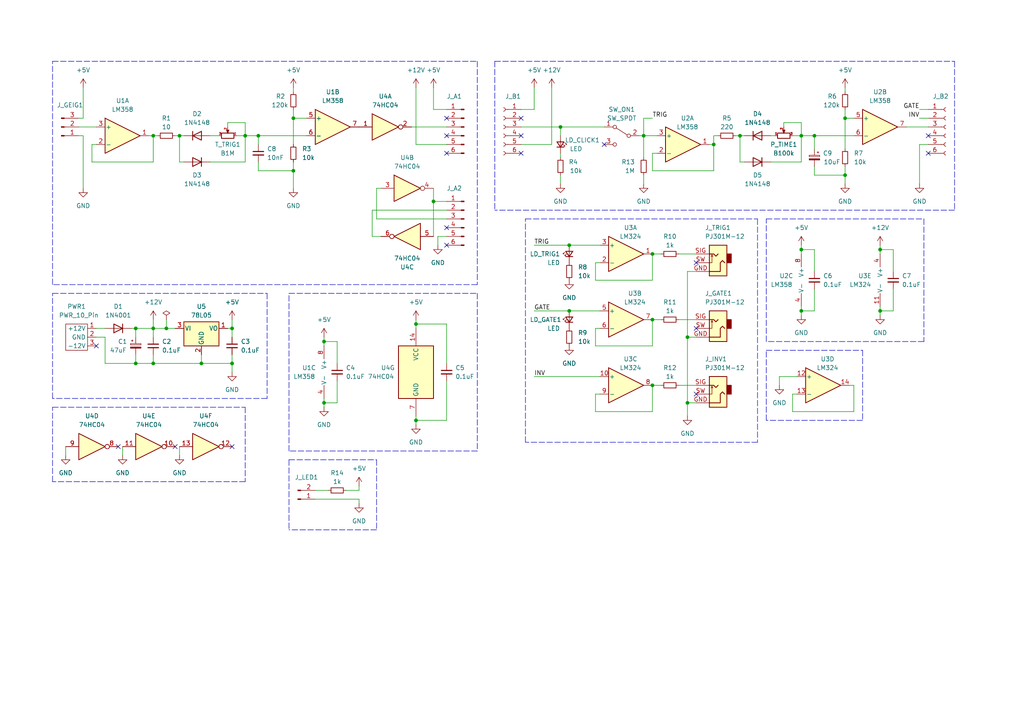
<source format=kicad_sch>
(kicad_sch (version 20231120) (generator "eeschema") (generator_version "8.0")
  (paper "A4")
  (title_block (title "Avalon Harmonics Nucleus") (rev "v1.2") (company "Avalon Harmonics"))
  (lib_symbols
    (symbol "74xx:74HC04"
      (property "Reference" "U" (at 0 1.27 0))
      (property "Value" "74HC04" (at 0 -1.27 0))
      (symbol "74HC04_1_0"
        (pin input line (at -7.62 0 0) (length 3.81) (name "~") (number "1"))
        (pin output inverted (at 7.62 0 180) (length 3.81) (name "~") (number "2"))
      )
      (symbol "74HC04_2_0"
        (pin input line (at -7.62 0 0) (length 3.81) (name "~") (number "3"))
        (pin output inverted (at 7.62 0 180) (length 3.81) (name "~") (number "4"))
      )
      (symbol "74HC04_3_0"
        (pin input line (at -7.62 0 0) (length 3.81) (name "~") (number "5"))
        (pin output inverted (at 7.62 0 180) (length 3.81) (name "~") (number "6"))
      )
      (symbol "74HC04_4_0"
        (pin output inverted (at 7.62 0 180) (length 3.81) (name "~") (number "8"))
        (pin input line (at -7.62 0 0) (length 3.81) (name "~") (number "9"))
      )
      (symbol "74HC04_5_0"
        (pin output inverted (at 7.62 0 180) (length 3.81) (name "~") (number "10"))
        (pin input line (at -7.62 0 0) (length 3.81) (name "~") (number "11"))
      )
      (symbol "74HC04_6_0"
        (pin output inverted (at 7.62 0 180) (length 3.81) (name "~") (number "12"))
        (pin input line (at -7.62 0 0) (length 3.81) (name "~") (number "13"))
      )
      (symbol "74HC04_7_0"
        (pin power_in line (at 0 12.7 270) (length 5.08) (name "VCC") (number "14"))
        (pin power_in line (at 0 -12.7 90) (length 5.08) (name "GND") (number "7"))
      )
    )
    (symbol "Amplifier_Operational:LM324" (pin_names (offset 0.127))
      (property "Reference" "U" (at 0 5.08 0))
      (property "Value" "LM324" (at 0 -5.08 0))
      (symbol "LM324_1_1"
        (pin output line (at 7.62 0 180) (length 2.54) (name "~") (number "1"))
        (pin input line (at -7.62 -2.54 0) (length 2.54) (name "-") (number "2"))
        (pin input line (at -7.62 2.54 0) (length 2.54) (name "+") (number "3"))
      )
      (symbol "LM324_2_1"
        (pin input line (at -7.62 2.54 0) (length 2.54) (name "+") (number "5"))
        (pin input line (at -7.62 -2.54 0) (length 2.54) (name "-") (number "6"))
        (pin output line (at 7.62 0 180) (length 2.54) (name "~") (number "7"))
      )
      (symbol "LM324_3_1"
        (pin input line (at -7.62 2.54 0) (length 2.54) (name "+") (number "10"))
        (pin output line (at 7.62 0 180) (length 2.54) (name "~") (number "8"))
        (pin input line (at -7.62 -2.54 0) (length 2.54) (name "-") (number "9"))
      )
      (symbol "LM324_4_1"
        (pin input line (at -7.62 2.54 0) (length 2.54) (name "+") (number "12"))
        (pin input line (at -7.62 -2.54 0) (length 2.54) (name "-") (number "13"))
        (pin output line (at 7.62 0 180) (length 2.54) (name "~") (number "14"))
      )
      (symbol "LM324_5_1"
        (pin power_in line (at -2.54 -7.62 90) (length 3.81) (name "V-") (number "11"))
        (pin power_in line (at -2.54 7.62 270) (length 3.81) (name "V+") (number "4"))
      )
    )
    (symbol "Amplifier_Operational:LM358" (pin_names (offset 0.127))
      (property "Reference" "U" (at 0 5.08 0))
      (property "Value" "LM358" (at 0 -5.08 0))
      (symbol "LM358_1_1"
        (pin output line (at 7.62 0 180) (length 2.54) (name "~") (number "1"))
        (pin input line (at -7.62 -2.54 0) (length 2.54) (name "-") (number "2"))
        (pin input line (at -7.62 2.54 0) (length 2.54) (name "+") (number "3"))
      )
      (symbol "LM358_2_1"
        (pin input line (at -7.62 2.54 0) (length 2.54) (name "+") (number "5"))
        (pin input line (at -7.62 -2.54 0) (length 2.54) (name "-") (number "6"))
        (pin output line (at 7.62 0 180) (length 2.54) (name "~") (number "7"))
      )
      (symbol "LM358_3_1"
        (pin power_in line (at -2.54 -7.62 90) (length 3.81) (name "V-") (number "4"))
        (pin power_in line (at -2.54 7.62 270) (length 3.81) (name "V+") (number "8"))
      )
    )
    (symbol "Connector:Conn_01x02_Male" (pin_names (offset 1.016) hide)
      (property "Reference" "J" (at 0 2.54 0))
      (property "Value" "Conn_01x02_Male" (at 0 -5.08 0))
      (symbol "Conn_01x02_Male_1_1"
        (pin passive line (at 5.08 0 180) (length 3.81) (name "Pin_1") (number "1"))
        (pin passive line (at 5.08 -2.54 180) (length 3.81) (name "Pin_2") (number "2"))
      )
    )
    (symbol "Connector:Conn_01x03_Male" (pin_names (offset 1.016) hide)
      (property "Reference" "J" (at 0 5.08 0))
      (property "Value" "Conn_01x03_Male" (at 0 -5.08 0))
      (symbol "Conn_01x03_Male_1_1"
        (pin passive line (at 5.08 2.54 180) (length 3.81) (name "Pin_1") (number "1"))
        (pin passive line (at 5.08 0 180) (length 3.81) (name "Pin_2") (number "2"))
        (pin passive line (at 5.08 -2.54 180) (length 3.81) (name "Pin_3") (number "3"))
      )
    )
    (symbol "Connector:Conn_01x06_Female" (pin_names (offset 1.016) hide)
      (property "Reference" "J" (at 0 7.62 0))
      (property "Value" "Conn_01x06_Female" (at 0 -10.16 0))
      (symbol "Conn_01x06_Female_1_1"
        (pin passive line (at -5.08 5.08 0) (length 3.81) (name "Pin_1") (number "1"))
        (pin passive line (at -5.08 2.54 0) (length 3.81) (name "Pin_2") (number "2"))
        (pin passive line (at -5.08 0 0) (length 3.81) (name "Pin_3") (number "3"))
        (pin passive line (at -5.08 -2.54 0) (length 3.81) (name "Pin_4") (number "4"))
        (pin passive line (at -5.08 -5.08 0) (length 3.81) (name "Pin_5") (number "5"))
        (pin passive line (at -5.08 -7.62 0) (length 3.81) (name "Pin_6") (number "6"))
      )
    )
    (symbol "Connector:Conn_01x06_Male" (pin_names (offset 1.016) hide)
      (property "Reference" "J" (at 0 7.62 0))
      (property "Value" "Conn_01x06_Male" (at 0 -10.16 0))
      (symbol "Conn_01x06_Male_1_1"
        (pin passive line (at 5.08 5.08 180) (length 3.81) (name "Pin_1") (number "1"))
        (pin passive line (at 5.08 2.54 180) (length 3.81) (name "Pin_2") (number "2"))
        (pin passive line (at 5.08 0 180) (length 3.81) (name "Pin_3") (number "3"))
        (pin passive line (at 5.08 -2.54 180) (length 3.81) (name "Pin_4") (number "4"))
        (pin passive line (at 5.08 -5.08 180) (length 3.81) (name "Pin_5") (number "5"))
        (pin passive line (at 5.08 -7.62 180) (length 3.81) (name "Pin_6") (number "6"))
      )
    )
    (symbol "Device:C_Polarized_Small" (pin_numbers hide) (pin_names (offset 0.254) hide)
      (property "Reference" "C" (at 0.254 1.778 0))
      (property "Value" "C_Polarized_Small" (at 0.254 -2.032 0))
      (symbol "C_Polarized_Small_1_1"
        (pin passive line (at 0 2.54 270) (length 1.8542) (name "~") (number "1"))
        (pin passive line (at 0 -2.54 90) (length 1.8542) (name "~") (number "2"))
      )
    )
    (symbol "Device:C_Small" (pin_numbers hide) (pin_names (offset 0.254) hide)
      (property "Reference" "C" (at 0.254 1.778 0))
      (property "Value" "C_Small" (at 0.254 -2.032 0))
      (symbol "C_Small_1_1"
        (pin passive line (at 0 2.54 270) (length 2.032) (name "~") (number "1"))
        (pin passive line (at 0 -2.54 90) (length 2.032) (name "~") (number "2"))
      )
    )
    (symbol "Device:LED_Small" (pin_numbers hide) (pin_names (offset 0.254) hide)
      (property "Reference" "D" (at -1.27 3.175 0))
      (property "Value" "LED_Small" (at -4.445 -2.54 0))
      (symbol "LED_Small_1_1"
        (pin passive line (at -2.54 0 0) (length 1.778) (name "K") (number "1"))
        (pin passive line (at 2.54 0 180) (length 1.778) (name "A") (number "2"))
      )
    )
    (symbol "Device:R_Potentiometer_Small" (pin_names (offset 1.016) hide)
      (property "Reference" "RV" (at -4.445 0 90))
      (property "Value" "R_Potentiometer_Small" (at -2.54 0 90))
      (symbol "R_Potentiometer_Small_1_1"
        (pin passive line (at 0 2.54 270) (length 0.635) (name "1") (number "1"))
        (pin passive line (at 2.54 0 180) (length 0.9906) (name "2") (number "2"))
        (pin passive line (at 0 -2.54 90) (length 0.635) (name "3") (number "3"))
      )
    )
    (symbol "Device:R_Small" (pin_numbers hide) (pin_names (offset 0.254) hide)
      (property "Reference" "R" (at 0.762 0.508 0))
      (property "Value" "R_Small" (at 0.762 -1.016 0))
      (symbol "R_Small_1_1"
        (pin passive line (at 0 2.54 270) (length 0.762) (name "~") (number "1"))
        (pin passive line (at 0 -2.54 90) (length 0.762) (name "~") (number "2"))
      )
    )
    (symbol "Diode:1N4001" (pin_numbers hide) (pin_names (offset 1.016) hide)
      (property "Reference" "D" (at 0 2.54 0))
      (property "Value" "1N4001" (at 0 -2.54 0))
      (symbol "1N4001_1_1"
        (pin passive line (at -3.81 0 0) (length 2.54) (name "K") (number "1"))
        (pin passive line (at 3.81 0 180) (length 2.54) (name "A") (number "2"))
      )
    )
    (symbol "Diode:1N4148" (pin_numbers hide) (pin_names (offset 1.016) hide)
      (property "Reference" "D" (at 0 2.54 0))
      (property "Value" "1N4148" (at 0 -2.54 0))
      (symbol "1N4148_1_1"
        (pin passive line (at -3.81 0 0) (length 2.54) (name "K") (number "1"))
        (pin passive line (at 3.81 0 180) (length 2.54) (name "A") (number "2"))
      )
    )
    (symbol "Eurorack:PJ301M-12"
      (property "Reference" "J?" (at -0.635 7.62 0))
      (property "Value" "PJ301M-12" (at -0.635 5.08 0))
      (symbol "PJ301M-12_1_1"
        (pin passive line (at 6.35 -5.08 180) (length 2.54) (name "~") (number "GND"))
        (pin passive line (at 6.35 0 180) (length 2.54) (name "~") (number "SIG"))
        (pin passive line (at 6.35 -2.54 180) (length 2.54) (name "~") (number "SW"))
      )
    )
    (symbol "Eurorack:PWR_10_Pin"
      (property "Reference" "H?" (at -5.08 6.35 0))
      (property "Value" "PWR_10_Pin" (at -5.08 3.81 0))
      (symbol "PWR_10_Pin_1_1"
        (pin power_out line (at 0 1.27 180) (length 2.54) (name "+12V") (number "1"))
        (pin power_out line (at 0 -1.27 180) (length 2.54) (name "GND") (number "2"))
        (pin power_out line (at 0 -3.81 180) (length 2.54) (name "-12V") (number "3"))
      )
    )
    (symbol "Regulator_Linear:L78L05_TO92" (pin_names (offset 0.254))
      (property "Reference" "U" (at -3.81 3.175 0))
      (property "Value" "L78L05_TO92" (at 0 3.175 0))
      (symbol "L78L05_TO92_1_1"
        (pin power_out line (at 7.62 0 180) (length 2.54) (name "VO") (number "1"))
        (pin power_in line (at 0 -7.62 90) (length 2.54) (name "GND") (number "2"))
        (pin power_in line (at -7.62 0 0) (length 2.54) (name "VI") (number "3"))
      )
    )
    (symbol "Switch:SW_SPDT" (pin_names (offset 0) hide)
      (property "Reference" "SW" (at 0 4.318 0))
      (property "Value" "SW_SPDT" (at 0 -5.08 0))
      (symbol "SW_SPDT_1_1"
        (pin passive line (at 5.08 2.54 180) (length 2.54) (name "A") (number "1"))
        (pin passive line (at -5.08 0 0) (length 2.54) (name "B") (number "2"))
        (pin passive line (at 5.08 -2.54 180) (length 2.54) (name "C") (number "3"))
      )
    )
    (symbol "power:+12V" (power) (pin_names (offset 0))
      (property "Value" "+12V" (at 0 3.556 0))
      (symbol "+12V_1_1"
        (pin power_in line (at 0 0 90) (length 0) hide (name "+12V") (number "1"))
      )
    )
    (symbol "power:+5V" (power) (pin_names (offset 0))
      (property "Value" "+5V" (at 0 3.556 0))
      (symbol "+5V_1_1"
        (pin power_in line (at 0 0 90) (length 0) hide (name "+5V") (number "1"))
      )
    )
    (symbol "power:GND" (power) (pin_names (offset 0))
      (property "Value" "GND" (at 0 -3.81 0))
      (symbol "GND_1_1"
        (pin power_in line (at 0 0 270) (length 0) hide (name "GND") (number "1"))
      )
    )
    (symbol "power:PWR_FLAG" (power) (pin_numbers hide) (pin_names (offset 0) hide)
      (property "Value" "PWR_FLAG" (at 0 3.81 0))
      (symbol "PWR_FLAG_0_0"
        (pin power_out line (at 0 0 90) (length 0) (name "pwr") (number "1"))
      )
    )
  )
  (junction (at 232.41 90.17))
  (junction (at 44.45 105.41))
  (junction (at 44.45 95.25))
  (junction (at 199.39 116.84))
  (junction (at 93.98 99.06))
  (junction (at 39.37 95.25))
  (junction (at 120.65 93.98))
  (junction (at 67.31 105.41))
  (junction (at 255.27 90.17))
  (junction (at 236.22 39.37))
  (junction (at 125.73 58.42))
  (junction (at 58.42 105.41))
  (junction (at 165.1 90.17))
  (junction (at 39.37 105.41))
  (junction (at 189.23 73.66))
  (junction (at 207.01 41.91))
  (junction (at 74.93 39.37))
  (junction (at 255.27 72.39))
  (junction (at 48.26 95.25))
  (junction (at 189.23 111.76))
  (junction (at 189.23 92.71))
  (junction (at 232.41 72.39))
  (junction (at 186.69 39.37))
  (junction (at 162.56 36.83))
  (junction (at 85.09 49.53))
  (junction (at 165.1 71.12))
  (junction (at 245.11 34.29))
  (junction (at 214.63 39.37))
  (junction (at 52.07 39.37))
  (junction (at 120.65 121.92))
  (junction (at 85.09 34.29))
  (junction (at 93.98 116.84))
  (junction (at 232.41 39.37))
  (junction (at 199.39 97.79))
  (junction (at 71.12 39.37))
  (junction (at 44.45 39.37))
  (junction (at 67.31 95.25))
  (junction (at 245.11 50.8))
  (no_connect (at 129.54 34.29))
  (no_connect (at 151.13 39.37))
  (no_connect (at 151.13 44.45))
  (no_connect (at 129.54 39.37))
  (no_connect (at 129.54 44.45))
  (no_connect (at 129.54 66.04))
  (no_connect (at 129.54 71.12))
  (no_connect (at 269.24 39.37))
  (no_connect (at 269.24 44.45))
  (no_connect (at 151.13 34.29))
  (no_connect (at 201.93 114.3))
  (no_connect (at 201.93 95.25))
  (no_connect (at 201.93 76.2))
  (no_connect (at 175.26 41.91))
  (no_connect (at 27.94 100.33))
  (no_connect (at 34.29 129.54))
  (no_connect (at 50.8 129.54))
  (no_connect (at 67.31 129.54))
  (wire (pts (xy 186.69 50.8) (xy 186.69 53.34)))
  (wire (pts (xy 30.48 105.41) (xy 39.37 105.41)))
  (wire (pts (xy 245.11 34.29) (xy 247.65 34.29)))
  (wire (pts (xy 44.45 39.37) (xy 44.45 46.99)))
  (wire (pts (xy 67.31 97.79) (xy 67.31 95.25)))
  (polyline (pts (xy 83.82 133.35) (xy 109.22 133.35)) (stroke (width 0) (type dash)))
  (wire (pts (xy 74.93 39.37) (xy 74.93 41.91)))
  (wire (pts (xy 38.1 95.25) (xy 39.37 95.25)))
  (polyline (pts (xy 222.25 63.5) (xy 267.97 63.5)) (stroke (width 0) (type dash)))
  (wire (pts (xy 199.39 116.84) (xy 201.93 116.84)))
  (wire (pts (xy 85.09 31.75) (xy 85.09 34.29)))
  (wire (pts (xy 93.98 115.57) (xy 93.98 116.84)))
  (wire (pts (xy 185.42 39.37) (xy 186.69 39.37)))
  (wire (pts (xy 22.86 36.83) (xy 27.94 36.83)))
  (wire (pts (xy 165.1 71.12) (xy 173.99 71.12)))
  (polyline (pts (xy 250.19 121.92) (xy 222.25 121.92)) (stroke (width 0) (type dash)))
  (wire (pts (xy 207.01 41.91) (xy 205.74 41.91)))
  (wire (pts (xy 39.37 95.25) (xy 44.45 95.25)))
  (polyline (pts (xy 138.43 85.09) (xy 138.43 130.81)) (stroke (width 0) (type dash)))
  (wire (pts (xy 247.65 119.38) (xy 247.65 111.76)))
  (wire (pts (xy 93.98 99.06) (xy 93.98 100.33)))
  (wire (pts (xy 214.63 39.37) (xy 215.9 39.37)))
  (wire (pts (xy 154.94 31.75) (xy 154.94 25.4)))
  (wire (pts (xy 232.41 39.37) (xy 236.22 39.37)))
  (wire (pts (xy 154.94 71.12) (xy 165.1 71.12)))
  (wire (pts (xy 52.07 39.37) (xy 52.07 46.99)))
  (wire (pts (xy 259.08 72.39) (xy 255.27 72.39)))
  (wire (pts (xy 74.93 49.53) (xy 74.93 46.99)))
  (wire (pts (xy 255.27 88.9) (xy 255.27 90.17)))
  (wire (pts (xy 232.41 39.37) (xy 232.41 35.56)))
  (wire (pts (xy 97.79 110.49) (xy 97.79 116.84)))
  (wire (pts (xy 232.41 90.17) (xy 232.41 91.44)))
  (polyline (pts (xy 83.82 133.35) (xy 83.82 153.67)) (stroke (width 0) (type dash)))
  (wire (pts (xy 186.69 34.29) (xy 186.69 39.37)))
  (wire (pts (xy 196.85 92.71) (xy 201.93 92.71)))
  (wire (pts (xy 255.27 71.12) (xy 255.27 72.39)))
  (wire (pts (xy 119.38 36.83) (xy 129.54 36.83)))
  (wire (pts (xy 67.31 92.71) (xy 67.31 95.25)))
  (polyline (pts (xy 83.82 85.09) (xy 138.43 85.09)) (stroke (width 0) (type dash)))
  (wire (pts (xy 213.36 39.37) (xy 214.63 39.37)))
  (wire (pts (xy 24.13 25.4) (xy 24.13 34.29)))
  (polyline (pts (xy 15.24 118.11) (xy 71.12 118.11)) (stroke (width 0) (type dash)))
  (wire (pts (xy 236.22 78.74) (xy 236.22 72.39)))
  (wire (pts (xy 125.73 58.42) (xy 125.73 68.58)))
  (wire (pts (xy 66.04 35.56) (xy 66.04 36.83)))
  (wire (pts (xy 129.54 121.92) (xy 120.65 121.92)))
  (polyline (pts (xy 15.24 17.78) (xy 138.43 17.78)) (stroke (width 0) (type dash)))
  (wire (pts (xy 266.7 31.75) (xy 269.24 31.75)))
  (wire (pts (xy 232.41 71.12) (xy 232.41 72.39)))
  (wire (pts (xy 71.12 35.56) (xy 66.04 35.56)))
  (wire (pts (xy 109.22 63.5) (xy 129.54 63.5)))
  (wire (pts (xy 19.05 129.54) (xy 19.05 132.08)))
  (wire (pts (xy 26.67 41.91) (xy 27.94 41.91)))
  (wire (pts (xy 120.65 25.4) (xy 120.65 41.91)))
  (wire (pts (xy 245.11 26.67) (xy 245.11 25.4)))
  (wire (pts (xy 91.44 144.78) (xy 104.14 144.78)))
  (wire (pts (xy 67.31 95.25) (xy 66.04 95.25)))
  (wire (pts (xy 236.22 72.39) (xy 232.41 72.39)))
  (wire (pts (xy 199.39 97.79) (xy 199.39 116.84)))
  (wire (pts (xy 229.87 114.3) (xy 229.87 119.38)))
  (wire (pts (xy 27.94 97.79) (xy 30.48 97.79)))
  (wire (pts (xy 186.69 39.37) (xy 190.5 39.37)))
  (wire (pts (xy 189.23 92.71) (xy 189.23 100.33)))
  (wire (pts (xy 172.72 81.28) (xy 172.72 76.2)))
  (wire (pts (xy 44.45 39.37) (xy 43.18 39.37)))
  (wire (pts (xy 189.23 73.66) (xy 189.23 81.28)))
  (wire (pts (xy 127 68.58) (xy 129.54 68.58)))
  (wire (pts (xy 199.39 120.65) (xy 199.39 116.84)))
  (wire (pts (xy 52.07 46.99) (xy 53.34 46.99)))
  (wire (pts (xy 245.11 50.8) (xy 245.11 53.34)))
  (wire (pts (xy 172.72 76.2) (xy 173.99 76.2)))
  (wire (pts (xy 236.22 50.8) (xy 245.11 50.8)))
  (polyline (pts (xy 222.25 101.6) (xy 250.19 101.6)) (stroke (width 0) (type dash)))
  (wire (pts (xy 50.8 39.37) (xy 52.07 39.37)))
  (polyline (pts (xy 267.97 99.06) (xy 222.25 99.06)) (stroke (width 0) (type dash)))
  (wire (pts (xy 48.26 95.25) (xy 44.45 95.25)))
  (wire (pts (xy 160.02 25.4) (xy 160.02 41.91)))
  (wire (pts (xy 229.87 39.37) (xy 232.41 39.37)))
  (wire (pts (xy 259.08 90.17) (xy 255.27 90.17)))
  (polyline (pts (xy 143.51 17.78) (xy 143.51 60.96)) (stroke (width 0) (type dash)))
  (wire (pts (xy 189.23 100.33) (xy 172.72 100.33)))
  (polyline (pts (xy 138.43 17.78) (xy 138.43 82.55)) (stroke (width 0) (type dash)))
  (wire (pts (xy 85.09 46.99) (xy 85.09 49.53)))
  (wire (pts (xy 191.77 111.76) (xy 189.23 111.76)))
  (wire (pts (xy 93.98 97.79) (xy 93.98 99.06)))
  (wire (pts (xy 201.93 97.79) (xy 199.39 97.79)))
  (wire (pts (xy 74.93 39.37) (xy 88.9 39.37)))
  (wire (pts (xy 125.73 58.42) (xy 129.54 58.42)))
  (wire (pts (xy 26.67 46.99) (xy 26.67 41.91)))
  (wire (pts (xy 266.7 41.91) (xy 269.24 41.91)))
  (wire (pts (xy 107.95 68.58) (xy 110.49 68.58)))
  (wire (pts (xy 110.49 54.61) (xy 109.22 54.61)))
  (wire (pts (xy 199.39 78.74) (xy 199.39 97.79)))
  (wire (pts (xy 120.65 93.98) (xy 120.65 95.25)))
  (wire (pts (xy 97.79 116.84) (xy 93.98 116.84)))
  (wire (pts (xy 24.13 34.29) (xy 22.86 34.29)))
  (wire (pts (xy 97.79 99.06) (xy 93.98 99.06)))
  (wire (pts (xy 189.23 44.45) (xy 190.5 44.45)))
  (wire (pts (xy 226.06 109.22) (xy 226.06 111.76)))
  (wire (pts (xy 44.45 97.79) (xy 44.45 95.25)))
  (polyline (pts (xy 77.47 115.57) (xy 15.24 115.57)) (stroke (width 0) (type dash)))
  (wire (pts (xy 189.23 111.76) (xy 189.23 119.38)))
  (wire (pts (xy 232.41 72.39) (xy 232.41 73.66)))
  (wire (pts (xy 189.23 49.53) (xy 207.01 49.53)))
  (wire (pts (xy 35.56 129.54) (xy 35.56 132.08)))
  (wire (pts (xy 44.45 102.87) (xy 44.45 105.41)))
  (polyline (pts (xy 109.22 133.35) (xy 109.22 153.67)) (stroke (width 0) (type dash)))
  (polyline (pts (xy 219.71 63.5) (xy 219.71 128.27)) (stroke (width 0) (type dash)))
  (wire (pts (xy 120.65 92.71) (xy 120.65 93.98)))
  (wire (pts (xy 231.14 114.3) (xy 229.87 114.3)))
  (wire (pts (xy 71.12 46.99) (xy 71.12 39.37)))
  (wire (pts (xy 44.45 105.41) (xy 58.42 105.41)))
  (wire (pts (xy 120.65 41.91) (xy 129.54 41.91)))
  (wire (pts (xy 85.09 34.29) (xy 85.09 41.91)))
  (wire (pts (xy 85.09 49.53) (xy 85.09 54.61)))
  (wire (pts (xy 67.31 105.41) (xy 67.31 107.95)))
  (wire (pts (xy 71.12 39.37) (xy 74.93 39.37)))
  (wire (pts (xy 189.23 49.53) (xy 189.23 44.45)))
  (wire (pts (xy 27.94 95.25) (xy 30.48 95.25)))
  (wire (pts (xy 67.31 102.87) (xy 67.31 105.41)))
  (wire (pts (xy 245.11 34.29) (xy 245.11 43.18)))
  (wire (pts (xy 207.01 39.37) (xy 208.28 39.37)))
  (wire (pts (xy 74.93 49.53) (xy 85.09 49.53)))
  (polyline (pts (xy 138.43 130.81) (xy 83.82 130.81)) (stroke (width 0) (type dash)))
  (wire (pts (xy 196.85 111.76) (xy 201.93 111.76)))
  (wire (pts (xy 207.01 41.91) (xy 207.01 39.37)))
  (polyline (pts (xy 276.86 60.96) (xy 143.51 60.96)) (stroke (width 0) (type dash)))
  (wire (pts (xy 229.87 119.38) (xy 247.65 119.38)))
  (wire (pts (xy 93.98 116.84) (xy 93.98 118.11)))
  (wire (pts (xy 245.11 31.75) (xy 245.11 34.29)))
  (wire (pts (xy 259.08 83.82) (xy 259.08 90.17)))
  (polyline (pts (xy 15.24 85.09) (xy 77.47 85.09)) (stroke (width 0) (type dash)))
  (wire (pts (xy 172.72 114.3) (xy 173.99 114.3)))
  (wire (pts (xy 266.7 34.29) (xy 269.24 34.29)))
  (wire (pts (xy 58.42 102.87) (xy 58.42 105.41)))
  (wire (pts (xy 201.93 78.74) (xy 199.39 78.74)))
  (wire (pts (xy 172.72 100.33) (xy 172.72 95.25)))
  (wire (pts (xy 125.73 31.75) (xy 125.73 25.4)))
  (wire (pts (xy 60.96 46.99) (xy 71.12 46.99)))
  (wire (pts (xy 107.95 60.96) (xy 107.95 68.58)))
  (wire (pts (xy 52.07 129.54) (xy 52.07 132.08)))
  (polyline (pts (xy 71.12 139.7) (xy 15.24 139.7)) (stroke (width 0) (type dash)))
  (wire (pts (xy 85.09 25.4) (xy 85.09 26.67)))
  (wire (pts (xy 129.54 31.75) (xy 125.73 31.75)))
  (wire (pts (xy 48.26 92.71) (xy 48.26 95.25)))
  (wire (pts (xy 266.7 53.34) (xy 266.7 41.91)))
  (wire (pts (xy 68.58 39.37) (xy 71.12 39.37)))
  (wire (pts (xy 45.72 39.37) (xy 44.45 39.37)))
  (wire (pts (xy 162.56 36.83) (xy 175.26 36.83)))
  (wire (pts (xy 129.54 110.49) (xy 129.54 121.92)))
  (wire (pts (xy 151.13 36.83) (xy 162.56 36.83)))
  (wire (pts (xy 232.41 88.9) (xy 232.41 90.17)))
  (wire (pts (xy 48.26 95.25) (xy 50.8 95.25)))
  (wire (pts (xy 262.89 36.83) (xy 269.24 36.83)))
  (wire (pts (xy 191.77 92.71) (xy 189.23 92.71)))
  (wire (pts (xy 129.54 93.98) (xy 120.65 93.98)))
  (wire (pts (xy 154.94 109.22) (xy 173.99 109.22)))
  (wire (pts (xy 24.13 54.61) (xy 24.13 39.37)))
  (polyline (pts (xy 138.43 82.55) (xy 15.24 82.55)) (stroke (width 0) (type dash)))
  (wire (pts (xy 104.14 142.24) (xy 100.33 142.24)))
  (wire (pts (xy 85.09 34.29) (xy 88.9 34.29)))
  (wire (pts (xy 172.72 95.25) (xy 173.99 95.25)))
  (wire (pts (xy 71.12 39.37) (xy 71.12 35.56)))
  (wire (pts (xy 236.22 48.26) (xy 236.22 50.8)))
  (wire (pts (xy 120.65 120.65) (xy 120.65 121.92)))
  (wire (pts (xy 151.13 41.91) (xy 160.02 41.91)))
  (polyline (pts (xy 267.97 63.5) (xy 267.97 99.06)) (stroke (width 0) (type dash)))
  (wire (pts (xy 58.42 105.41) (xy 67.31 105.41)))
  (wire (pts (xy 129.54 105.41) (xy 129.54 93.98)))
  (polyline (pts (xy 222.25 121.92) (xy 222.25 101.6)) (stroke (width 0) (type dash)))
  (wire (pts (xy 191.77 73.66) (xy 189.23 73.66)))
  (wire (pts (xy 39.37 95.25) (xy 39.37 97.79)))
  (polyline (pts (xy 250.19 101.6) (xy 250.19 121.92)) (stroke (width 0) (type dash)))
  (wire (pts (xy 172.72 119.38) (xy 189.23 119.38)))
  (wire (pts (xy 162.56 44.45) (xy 162.56 45.72)))
  (wire (pts (xy 236.22 39.37) (xy 247.65 39.37)))
  (wire (pts (xy 245.11 48.26) (xy 245.11 50.8)))
  (wire (pts (xy 151.13 31.75) (xy 154.94 31.75)))
  (wire (pts (xy 162.56 50.8) (xy 162.56 53.34)))
  (wire (pts (xy 223.52 39.37) (xy 224.79 39.37)))
  (polyline (pts (xy 77.47 85.09) (xy 77.47 115.57)) (stroke (width 0) (type dash)))
  (wire (pts (xy 236.22 83.82) (xy 236.22 90.17)))
  (wire (pts (xy 231.14 109.22) (xy 226.06 109.22)))
  (wire (pts (xy 186.69 34.29) (xy 189.23 34.29)))
  (polyline (pts (xy 152.4 63.5) (xy 219.71 63.5)) (stroke (width 0) (type dash)))
  (wire (pts (xy 236.22 39.37) (xy 236.22 43.18)))
  (wire (pts (xy 109.22 54.61) (xy 109.22 63.5)))
  (wire (pts (xy 259.08 78.74) (xy 259.08 72.39)))
  (wire (pts (xy 60.96 39.37) (xy 63.5 39.37)))
  (polyline (pts (xy 71.12 118.11) (xy 71.12 139.7)) (stroke (width 0) (type dash)))
  (polyline (pts (xy 219.71 128.27) (xy 152.4 128.27)) (stroke (width 0) (type dash)))
  (wire (pts (xy 232.41 46.99) (xy 232.41 39.37)))
  (wire (pts (xy 30.48 97.79) (xy 30.48 105.41)))
  (wire (pts (xy 125.73 54.61) (xy 125.73 58.42)))
  (wire (pts (xy 165.1 90.17) (xy 173.99 90.17)))
  (wire (pts (xy 227.33 35.56) (xy 227.33 36.83)))
  (polyline (pts (xy 83.82 130.81) (xy 83.82 85.09)) (stroke (width 0) (type dash)))
  (wire (pts (xy 186.69 39.37) (xy 186.69 45.72)))
  (wire (pts (xy 172.72 81.28) (xy 189.23 81.28)))
  (wire (pts (xy 214.63 46.99) (xy 215.9 46.99)))
  (polyline (pts (xy 15.24 139.7) (xy 15.24 118.11)) (stroke (width 0) (type dash)))
  (wire (pts (xy 44.45 92.71) (xy 44.45 95.25)))
  (polyline (pts (xy 109.22 153.67) (xy 83.82 153.67)) (stroke (width 0) (type dash)))
  (wire (pts (xy 91.44 142.24) (xy 95.25 142.24)))
  (wire (pts (xy 44.45 46.99) (xy 26.67 46.99)))
  (wire (pts (xy 39.37 105.41) (xy 44.45 105.41)))
  (wire (pts (xy 246.38 111.76) (xy 247.65 111.76)))
  (wire (pts (xy 236.22 90.17) (xy 232.41 90.17)))
  (wire (pts (xy 24.13 39.37) (xy 22.86 39.37)))
  (wire (pts (xy 207.01 41.91) (xy 207.01 49.53)))
  (wire (pts (xy 104.14 140.97) (xy 104.14 142.24)))
  (polyline (pts (xy 222.25 99.06) (xy 222.25 63.5)) (stroke (width 0) (type dash)))
  (wire (pts (xy 104.14 144.78) (xy 104.14 146.05)))
  (polyline (pts (xy 15.24 115.57) (xy 15.24 85.09)) (stroke (width 0) (type dash)))
  (wire (pts (xy 120.65 121.92) (xy 120.65 123.19)))
  (wire (pts (xy 154.94 90.17) (xy 165.1 90.17)))
  (wire (pts (xy 162.56 39.37) (xy 162.56 36.83)))
  (wire (pts (xy 97.79 105.41) (xy 97.79 99.06)))
  (wire (pts (xy 127 68.58) (xy 127 71.12)))
  (wire (pts (xy 39.37 102.87) (xy 39.37 105.41)))
  (polyline (pts (xy 15.24 82.55) (xy 15.24 17.78)) (stroke (width 0) (type dash)))
  (wire (pts (xy 196.85 73.66) (xy 201.93 73.66)))
  (wire (pts (xy 172.72 119.38) (xy 172.72 114.3)))
  (polyline (pts (xy 143.51 17.78) (xy 276.86 17.78)) (stroke (width 0) (type dash)))
  (wire (pts (xy 255.27 90.17) (xy 255.27 91.44)))
  (wire (pts (xy 52.07 39.37) (xy 53.34 39.37)))
  (wire (pts (xy 214.63 39.37) (xy 214.63 46.99)))
  (wire (pts (xy 232.41 35.56) (xy 227.33 35.56)))
  (polyline (pts (xy 276.86 17.78) (xy 276.86 60.96)) (stroke (width 0) (type dash)))
  (wire (pts (xy 255.27 72.39) (xy 255.27 73.66)))
  (polyline (pts (xy 152.4 128.27) (xy 152.4 63.5)) (stroke (width 0) (type dash)))
  (wire (pts (xy 223.52 46.99) (xy 232.41 46.99)))
  (wire (pts (xy 129.54 60.96) (xy 107.95 60.96)))
  (label "GATE" (at 154.94 90.17 0))
  (label "INV" (at 154.94 109.22 0))
  (label "TRIG" (at 154.94 71.12 0))
  (label "INV" (at 266.7 34.29 180))
  (label "TRIG" (at 189.23 34.29 0))
  (label "GATE" (at 266.7 31.75 180))
  (symbol (lib_id "Device:C_Small") (at 67.31 100.33 0) (unit 1)
    (property "Reference" "C3" (at 69.85 99.0662 0) (effects (justify left)))
    (property "Value" "0.1uF" (at 69.85 101.6062 0) (effects (justify left)))
    (property "Footprint" "Capacitor_THT:C_Disc_D7.0mm_W2.5mm_P5.00mm" (effects (hide yes)))
  )
  (symbol (lib_id "Amplifier_Operational:LM324") (at 257.81 81.28 0) (unit 5)
    (property "Reference" "U3" (at 248.92 80.01 0) (effects (justify left)))
    (property "Value" "LM324" (at 246.38 82.55 0) (effects (justify left)))
    (property "Footprint" "Package_DIP:DIP-14_W7.62mm_Socket_LongPads" (effects (hide yes)))
    (property "Datasheet" "http://www.ti.com/lit/ds/symlink/lm2902-n.pdf" (effects (hide yes)))
    (property "Sim.Device" "SPICE" (effects (hide yes)))
    (property "Sim.Params" "type=\"X\" model=\"LM324\" lib=\"/home/ebu/Documents/KiCad/KiCad-Spice-Library/Models/uncategorized/spice_complete/cadlab.lib\"" (effects (hide yes)))
    (property "Sim.Pins" "1=1 2=2 3=3 4=4 5=5 6=6 7=7 8=8 9=9 10=10 11=11 12=12 13=13 14=14" (effects (hide yes)))
  )
  (symbol (lib_id "Device:C_Small") (at 97.79 107.95 0) (unit 1)
    (property "Reference" "C4" (at 100.33 106.6862 0) (effects (justify left)))
    (property "Value" "0.1uF" (at 100.33 109.2262 0) (effects (justify left)))
    (property "Footprint" "Capacitor_THT:C_Disc_D7.0mm_W2.5mm_P5.00mm" (effects (hide yes)))
  )
  (symbol (lib_id "74xx:74HC04") (at 120.65 107.95 0) (unit 7)
    (property "Reference" "U4" (at 110.49 106.68 0) (effects (justify left)))
    (property "Value" "74HC04" (at 106.68 109.22 0) (effects (justify left)))
    (property "Footprint" "Package_DIP:DIP-14_W7.62mm_Socket_LongPads" (effects (hide yes)))
    (property "Datasheet" "https://assets.nexperia.com/documents/data-sheet/74HC_HCT04.pdf" (effects (hide yes)))
  )
  (symbol (lib_id "Device:R_Small") (at 194.31 111.76 90) (unit 1)
    (property "Reference" "R12" (at 194.31 106.68 90))
    (property "Value" "1k" (at 194.31 109.22 90))
    (property "Footprint" "Resistor_THT:R_Axial_DIN0207_L6.3mm_D2.5mm_P10.16mm_Horizontal" (effects (hide yes)))
  )
  (symbol (lib_id "Device:R_Small") (at 245.11 29.21 0) (unit 1)
    (property "Reference" "R6" (at 240.03 27.94 0) (effects (justify left)))
    (property "Value" "120k" (at 238.76 30.48 0) (effects (justify left)))
    (property "Footprint" "Resistor_THT:R_Axial_DIN0207_L6.3mm_D2.5mm_P10.16mm_Horizontal" (effects (hide yes)))
  )
  (symbol (lib_id "power:GND") (at 266.7 53.34 0) (unit 1)
    (property "Reference" "#PWR0109" (effects (hide yes)))
    (property "Value" "GND" (at 266.7 58.42 0))
  )
  (symbol (lib_id "Device:R_Potentiometer_Small") (at 66.04 39.37 270) (mirror x) (unit 1)
    (property "Reference" "T_TRIG1" (at 66.04 41.91 90))
    (property "Value" "B1M" (at 66.04 44.45 90))
    (property "Footprint" "Potentiometer_THT:Potentiometer_Runtron_RM-065_Vertical" (effects (hide yes)))
  )
  (symbol (lib_id "Amplifier_Operational:LM358") (at 96.52 36.83 0) (unit 2)
    (property "Reference" "U1" (at 96.52 26.67 0))
    (property "Value" "LM358" (at 96.52 29.21 0))
    (property "Footprint" "Package_DIP:DIP-8_W7.62mm_Socket_LongPads" (effects (hide yes)))
    (property "Datasheet" "http://www.ti.com/lit/ds/symlink/lm2904-n.pdf" (effects (hide yes)))
  )
  (symbol (lib_id "74xx:74HC04") (at 59.69 129.54 0) (unit 6)
    (property "Reference" "U4" (at 59.69 120.65 0))
    (property "Value" "74HC04" (at 59.69 123.19 0))
    (property "Footprint" "Package_DIP:DIP-14_W7.62mm_Socket_LongPads" (effects (hide yes)))
    (property "Datasheet" "https://assets.nexperia.com/documents/data-sheet/74HC_HCT04.pdf" (effects (hide yes)))
  )
  (symbol (lib_id "Device:C_Polarized_Small") (at 39.37 100.33 0) (unit 1)
    (property "Reference" "C1" (at 35.56 99.06 0))
    (property "Value" "47uF" (at 34.29 101.6 0))
    (property "Footprint" "Capacitor_THT:CP_Radial_D6.3mm_P2.50mm" (effects (hide yes)))
  )
  (symbol (lib_id "power:+5V") (at 85.09 25.4 0) (unit 1)
    (property "Reference" "#PWR0115" (effects (hide yes)))
    (property "Value" "+5V" (at 85.09 20.32 0))
  )
  (symbol (lib_id "Device:R_Small") (at 85.09 44.45 0) (unit 1)
    (property "Reference" "R3" (at 87.63 43.18 0) (effects (justify left)))
    (property "Value" "10k" (at 87.63 45.7199 0) (effects (justify left)))
    (property "Footprint" "Resistor_THT:R_Axial_DIN0207_L6.3mm_D2.5mm_P10.16mm_Horizontal" (effects (hide yes)))
  )
  (symbol (lib_id "Connector:Conn_01x06_Male") (at 134.62 36.83 0) (mirror y) (unit 1)
    (property "Reference" "J_A1" (at 129.54 27.94 0) (effects (justify right)))
    (property "Value" "Conn_01x06_Male" (effects (hide yes)))
    (property "Footprint" "Connector_PinHeader_2.54mm:PinHeader_1x06_P2.54mm_Vertical" (effects (hide yes)))
  )
  (symbol (lib_id "Switch:SW_SPDT") (at 180.34 39.37 0) (mirror y) (unit 1)
    (property "Reference" "SW_ON1" (at 180.34 31.75 0))
    (property "Value" "SW_SPDT" (at 180.34 34.29 0))
    (property "Footprint" "Eurorack:SPDT" (effects (hide yes)))
  )
  (symbol (lib_id "power:GND") (at 104.14 146.05 0) (unit 1)
    (property "Reference" "#PWR0125" (effects (hide yes)))
    (property "Value" "GND" (at 104.14 151.13 0))
  )
  (symbol (lib_id "Amplifier_Operational:LM358") (at 96.52 107.95 0) (unit 3)
    (property "Reference" "U1" (at 87.63 106.68 0) (effects (justify left)))
    (property "Value" "LM358" (at 85.09 109.22 0) (effects (justify left)))
    (property "Footprint" "Package_DIP:DIP-8_W7.62mm_Socket_LongPads" (effects (hide yes)))
    (property "Datasheet" "http://www.ti.com/lit/ds/symlink/lm2904-n.pdf" (effects (hide yes)))
  )
  (symbol (lib_id "power:+5V") (at 67.31 92.71 0) (unit 1)
    (property "Reference" "#PWR05" (effects (hide yes)))
    (property "Value" "+5V" (at 67.31 87.63 0))
  )
  (symbol (lib_id "Diode:1N4148") (at 57.15 46.99 180) (unit 1)
    (property "Reference" "D3" (at 57.15 50.8 0))
    (property "Value" "1N4148" (at 57.15 53.34 0))
    (property "Footprint" "Diode_THT:D_DO-35_SOD27_P7.62mm_Horizontal" (effects (hide yes)))
    (property "Datasheet" "https://assets.nexperia.com/documents/data-sheet/1N4148_1N4448.pdf" (effects (hide yes)))
  )
  (symbol (lib_id "Amplifier_Operational:LM358") (at 35.56 39.37 0) (unit 1)
    (property "Reference" "U1" (at 35.56 29.21 0))
    (property "Value" "LM358" (at 35.56 31.75 0))
    (property "Footprint" "Package_DIP:DIP-8_W7.62mm_Socket_LongPads" (effects (hide yes)))
    (property "Datasheet" "http://www.ti.com/lit/ds/symlink/lm2904-n.pdf" (effects (hide yes)))
  )
  (symbol (lib_id "74xx:74HC04") (at 111.76 36.83 0) (unit 1)
    (property "Reference" "U4" (at 111.76 27.94 0))
    (property "Value" "74HC04" (at 111.76 30.48 0))
    (property "Footprint" "Package_DIP:DIP-14_W7.62mm_Socket_LongPads" (effects (hide yes)))
    (property "Datasheet" "https://assets.nexperia.com/documents/data-sheet/74HC_HCT04.pdf" (effects (hide yes)))
  )
  (symbol (lib_id "power:+5V") (at 125.73 25.4 0) (unit 1)
    (property "Reference" "#PWR0114" (effects (hide yes)))
    (property "Value" "+5V" (at 125.73 20.32 0))
  )
  (symbol (lib_id "power:GND") (at 35.56 132.08 0) (unit 1)
    (property "Reference" "#PWR0111" (effects (hide yes)))
    (property "Value" "GND" (at 35.56 137.16 0))
  )
  (symbol (lib_id "Amplifier_Operational:LM358") (at 255.27 36.83 0) (unit 2)
    (property "Reference" "U2" (at 255.27 26.67 0))
    (property "Value" "LM358" (at 255.27 29.21 0))
    (property "Footprint" "Package_DIP:DIP-8_W7.62mm_Socket_LongPads" (effects (hide yes)))
    (property "Datasheet" "http://www.ti.com/lit/ds/symlink/lm2904-n.pdf" (effects (hide yes)))
  )
  (symbol (lib_id "power:GND") (at 165.1 81.28 0) (unit 1)
    (property "Reference" "#PWR014" (effects (hide yes)))
    (property "Value" "GND" (at 165.1 86.36 0))
  )
  (symbol (lib_id "power:GND") (at 24.13 54.61 0) (unit 1)
    (property "Reference" "#PWR0118" (effects (hide yes)))
    (property "Value" "GND" (at 24.13 59.69 0))
  )
  (symbol (lib_id "Device:C_Small") (at 129.54 107.95 0) (unit 1)
    (property "Reference" "C5" (at 132.08 106.68 0) (effects (justify left)))
    (property "Value" "0.1uF" (at 132.08 109.22 0) (effects (justify left)))
    (property "Footprint" "Capacitor_THT:C_Disc_D7.0mm_W2.5mm_P5.00mm" (effects (hide yes)))
  )
  (symbol (lib_id "power:GND") (at 93.98 118.11 0) (unit 1)
    (property "Reference" "#PWR0120" (effects (hide yes)))
    (property "Value" "GND" (at 93.98 123.19 0))
  )
  (symbol (lib_id "Device:R_Potentiometer_Small") (at 227.33 39.37 90) (unit 1)
    (property "Reference" "P_TIME1" (at 227.33 41.91 90))
    (property "Value" "B100k" (at 227.33 44.45 90))
    (property "Footprint" "Eurorack:Potentiometer Alpha RD901F-40-00D" (effects (hide yes)))
  )
  (symbol (lib_id "Device:R_Small") (at 194.31 73.66 90) (unit 1)
    (property "Reference" "R10" (at 194.31 68.58 90))
    (property "Value" "1k" (at 194.31 71.12 90))
    (property "Footprint" "Resistor_THT:R_Axial_DIN0207_L6.3mm_D2.5mm_P10.16mm_Horizontal" (effects (hide yes)))
  )
  (symbol (lib_id "power:+5V") (at 154.94 25.4 0) (unit 1)
    (property "Reference" "#PWR0106" (effects (hide yes)))
    (property "Value" "+5V" (at 154.94 20.32 0))
  )
  (symbol (lib_id "74xx:74HC04") (at 118.11 68.58 180) (unit 3)
    (property "Reference" "U4" (at 118.11 77.47 0))
    (property "Value" "74HC04" (at 118.11 74.93 0))
    (property "Footprint" "Package_DIP:DIP-14_W7.62mm_Socket_LongPads" (effects (hide yes)))
    (property "Datasheet" "https://assets.nexperia.com/documents/data-sheet/74HC_HCT04.pdf" (effects (hide yes)))
  )
  (symbol (lib_id "power:GND") (at 226.06 111.76 0) (unit 1)
    (property "Reference" "#PWR0101" (effects (hide yes)))
    (property "Value" "GND" (at 226.06 116.84 0))
  )
  (symbol (lib_id "power:+5V") (at 24.13 25.4 0) (unit 1)
    (property "Reference" "#PWR0119" (effects (hide yes)))
    (property "Value" "+5V" (at 24.13 20.32 0))
  )
  (symbol (lib_id "Diode:1N4148") (at 219.71 39.37 0) (unit 1)
    (property "Reference" "D4" (at 219.71 33.02 0))
    (property "Value" "1N4148" (at 219.71 35.56 0))
    (property "Footprint" "Diode_THT:D_DO-35_SOD27_P7.62mm_Horizontal" (effects (hide yes)))
    (property "Datasheet" "https://assets.nexperia.com/documents/data-sheet/1N4148_1N4448.pdf" (effects (hide yes)))
  )
  (symbol (lib_id "Device:R_Small") (at 210.82 39.37 90) (unit 1)
    (property "Reference" "R5" (at 210.82 34.29 90))
    (property "Value" "220" (at 210.82 36.83 90))
    (property "Footprint" "Resistor_THT:R_Axial_DIN0207_L6.3mm_D2.5mm_P10.16mm_Horizontal" (effects (hide yes)))
  )
  (symbol (lib_id "Diode:1N4148") (at 219.71 46.99 180) (unit 1)
    (property "Reference" "D5" (at 219.71 50.8 0))
    (property "Value" "1N4148" (at 219.71 53.34 0))
    (property "Footprint" "Diode_THT:D_DO-35_SOD27_P7.62mm_Horizontal" (effects (hide yes)))
    (property "Datasheet" "https://assets.nexperia.com/documents/data-sheet/1N4148_1N4448.pdf" (effects (hide yes)))
  )
  (symbol (lib_id "Device:C_Small") (at 236.22 81.28 0) (unit 1)
    (property "Reference" "C6" (at 238.76 80.0162 0) (effects (justify left)))
    (property "Value" "0.1uF" (at 238.76 82.5562 0) (effects (justify left)))
    (property "Footprint" "Capacitor_THT:C_Disc_D7.0mm_W2.5mm_P5.00mm" (effects (hide yes)))
  )
  (symbol (lib_id "Device:R_Small") (at 165.1 78.74 0) (unit 1)
    (property "Reference" "R8" (at 167.64 77.4699 0) (effects (justify left)))
    (property "Value" "10k" (at 167.64 80.0099 0) (effects (justify left)))
    (property "Footprint" "Resistor_THT:R_Axial_DIN0207_L6.3mm_D2.5mm_P10.16mm_Horizontal" (effects (hide yes)))
  )
  (symbol (lib_id "Eurorack:PWR_10_Pin") (at 27.94 96.52 0) (unit 1)
    (property "Reference" "PWR1" (at 22.225 88.9 0))
    (property "Value" "PWR_10_Pin" (at 22.86 91.44 0))
    (property "Footprint" "Eurorack:Eurorack Power 10 Pin" (effects (hide yes)))
  )
  (symbol (lib_id "power:GND") (at 67.31 107.95 0) (unit 1)
    (property "Reference" "#PWR06" (effects (hide yes)))
    (property "Value" "GND" (at 67.31 113.03 0))
  )
  (symbol (lib_id "power:GND") (at 120.65 123.19 0) (unit 1)
    (property "Reference" "#PWR0121" (effects (hide yes)))
    (property "Value" "GND" (at 120.65 128.27 0))
  )
  (symbol (lib_id "power:+12V") (at 120.65 25.4 0) (unit 1)
    (property "Reference" "#PWR0105" (effects (hide yes)))
    (property "Value" "+12V" (at 120.65 20.32 0))
  )
  (symbol (lib_id "Device:LED_Small") (at 165.1 92.71 90) (unit 1)
    (property "Reference" "LD_GATE1" (at 153.67 92.71 90) (effects (justify right)))
    (property "Value" "LED" (at 158.75 95.25 90) (effects (justify right)))
    (property "Footprint" "LED_THT:LED_D3.0mm_FlatTop" (effects (hide yes)))
    (property "Sim.Device" "SPICE" (effects (hide yes)))
    (property "Sim.Params" "type=\"D\" model=\"LED_GENERAL\" lib=\"/home/ebu/Documents/KiCad/KiCad-Spice-Library/Models/Diode/led.lib\"" (effects (hide yes)))
    (property "Sim.Pins" "1=1 2=2" (effects (hide yes)))
  )
  (symbol (lib_id "Device:C_Small") (at 259.08 81.28 0) (unit 1)
    (property "Reference" "C7" (at 261.62 80.0162 0) (effects (justify left)))
    (property "Value" "0.1uF" (at 261.62 82.5562 0) (effects (justify left)))
    (property "Footprint" "Capacitor_THT:C_Disc_D7.0mm_W2.5mm_P5.00mm" (effects (hide yes)))
  )
  (symbol (lib_id "power:PWR_FLAG") (at 48.26 92.71 0) (unit 1)
    (property "Reference" "#FLG0101" (effects (hide yes)))
    (property "Value" "PWR_FLAG" (effects (hide yes)))
  )
  (symbol (lib_id "power:+5V") (at 120.65 92.71 0) (unit 1)
    (property "Reference" "#PWR0123" (effects (hide yes)))
    (property "Value" "+5V" (at 120.65 87.63 0))
  )
  (symbol (lib_id "power:GND") (at 52.07 132.08 0) (unit 1)
    (property "Reference" "#PWR0112" (effects (hide yes)))
    (property "Value" "GND" (at 52.07 137.16 0))
  )
  (symbol (lib_id "Connector:Conn_01x03_Male") (at 17.78 36.83 0) (mirror x) (unit 1)
    (property "Reference" "J_GEIG1" (at 20.32 30.48 0))
    (property "Value" "Conn_01x03_Male" (effects (hide yes)))
    (property "Footprint" "Connector_PinHeader_2.54mm:PinHeader_1x03_P2.54mm_Vertical" (effects (hide yes)))
  )
  (symbol (lib_id "74xx:74HC04") (at 43.18 129.54 0) (unit 5)
    (property "Reference" "U4" (at 43.18 120.65 0))
    (property "Value" "74HC04" (at 43.18 123.19 0))
    (property "Footprint" "Package_DIP:DIP-14_W7.62mm_Socket_LongPads" (effects (hide yes)))
    (property "Datasheet" "https://assets.nexperia.com/documents/data-sheet/74HC_HCT04.pdf" (effects (hide yes)))
  )
  (symbol (lib_id "power:+5V") (at 93.98 97.79 0) (unit 1)
    (property "Reference" "#PWR0122" (effects (hide yes)))
    (property "Value" "+5V" (at 93.98 92.71 0))
  )
  (symbol (lib_id "power:GND") (at 85.09 54.61 0) (unit 1)
    (property "Reference" "#PWR0116" (effects (hide yes)))
    (property "Value" "GND" (at 85.09 59.69 0))
  )
  (symbol (lib_id "Amplifier_Operational:LM358") (at 198.12 41.91 0) (unit 1)
    (property "Reference" "U2" (at 199.39 34.29 0))
    (property "Value" "LM358" (at 199.39 36.83 0))
    (property "Footprint" "Package_DIP:DIP-8_W7.62mm_Socket_LongPads" (effects (hide yes)))
    (property "Datasheet" "http://www.ti.com/lit/ds/symlink/lm2904-n.pdf" (effects (hide yes)))
  )
  (symbol (lib_id "Amplifier_Operational:LM324") (at 181.61 111.76 0) (unit 3)
    (property "Reference" "U3" (at 182.88 104.14 0))
    (property "Value" "LM324" (at 182.88 106.68 0))
    (property "Footprint" "Package_DIP:DIP-14_W7.62mm_Socket_LongPads" (effects (hide yes)))
    (property "Datasheet" "http://www.ti.com/lit/ds/symlink/lm2902-n.pdf" (effects (hide yes)))
    (property "Sim.Device" "SPICE" (effects (hide yes)))
    (property "Sim.Params" "type=\"X\" model=\"LM324\" lib=\"/home/ebu/Documents/KiCad/KiCad-Spice-Library/Models/uncategorized/spice_complete/cadlab.lib\"" (effects (hide yes)))
    (property "Sim.Pins" "1=1 2=2 3=3 4=4 5=5 6=6 7=7 8=8 9=9 10=10 11=11 12=12 13=13 14=14" (effects (hide yes)))
  )
  (symbol (lib_id "74xx:74HC04") (at 118.11 54.61 0) (unit 2)
    (property "Reference" "U4" (at 118.11 45.72 0))
    (property "Value" "74HC04" (at 118.11 48.26 0))
    (property "Footprint" "Package_DIP:DIP-14_W7.62mm_Socket_LongPads" (effects (hide yes)))
    (property "Datasheet" "https://assets.nexperia.com/documents/data-sheet/74HC_HCT04.pdf" (effects (hide yes)))
  )
  (symbol (lib_id "Connector:Conn_01x02_Male") (at 86.36 144.78 0) (mirror x) (unit 1)
    (property "Reference" "J_LED1" (at 88.9 138.43 0))
    (property "Value" "Conn_01x02_Male" (effects (hide yes)))
    (property "Footprint" "Connector_PinHeader_2.54mm:PinHeader_1x02_P2.54mm_Vertical" (effects (hide yes)))
  )
  (symbol (lib_id "Device:LED_Small") (at 162.56 41.91 270) (mirror x) (unit 1)
    (property "Reference" "LD_CLICK1" (at 173.99 40.64 90) (effects (justify right)))
    (property "Value" "LED" (at 168.91 43.18 90) (effects (justify right)))
    (property "Footprint" "LED_THT:LED_D3.0mm_FlatTop" (effects (hide yes)))
    (property "Sim.Device" "SPICE" (effects (hide yes)))
    (property "Sim.Params" "type=\"D\" model=\"LED_GENERAL\" lib=\"/home/ebu/Documents/KiCad/KiCad-Spice-Library/Models/Diode/led.lib\"" (effects (hide yes)))
    (property "Sim.Pins" "1=1 2=2" (effects (hide yes)))
  )
  (symbol (lib_id "74xx:74HC04") (at 26.67 129.54 0) (unit 4)
    (property "Reference" "U4" (at 26.67 120.65 0))
    (property "Value" "74HC04" (at 26.67 123.19 0))
    (property "Footprint" "Package_DIP:DIP-14_W7.62mm_Socket_LongPads" (effects (hide yes)))
    (property "Datasheet" "https://assets.nexperia.com/documents/data-sheet/74HC_HCT04.pdf" (effects (hide yes)))
  )
  (symbol (lib_id "Device:C_Small") (at 44.45 100.33 0) (unit 1)
    (property "Reference" "C2" (at 46.99 99.0662 0) (effects (justify left)))
    (property "Value" "0.1uF" (at 46.99 101.6062 0) (effects (justify left)))
    (property "Footprint" "Capacitor_THT:C_Disc_D7.0mm_W2.5mm_P5.00mm" (effects (hide yes)))
  )
  (symbol (lib_id "Amplifier_Operational:LM324") (at 181.61 73.66 0) (unit 1)
    (property "Reference" "U3" (at 182.88 66.04 0))
    (property "Value" "LM324" (at 182.88 68.58 0))
    (property "Footprint" "Package_DIP:DIP-14_W7.62mm_Socket_LongPads" (effects (hide yes)))
    (property "Datasheet" "http://www.ti.com/lit/ds/symlink/lm2902-n.pdf" (effects (hide yes)))
    (property "Sim.Device" "SPICE" (effects (hide yes)))
    (property "Sim.Params" "type=\"X\" model=\"LM324\" lib=\"/home/ebu/Documents/KiCad/KiCad-Spice-Library/Models/uncategorized/spice_complete/cadlab.lib\"" (effects (hide yes)))
    (property "Sim.Pins" "1=1 2=2 3=3 4=4 5=5 6=6 7=7 8=8 9=9 10=10 11=11 12=12 13=13 14=14" (effects (hide yes)))
  )
  (symbol (lib_id "power:+12V") (at 255.27 71.12 0) (unit 1)
    (property "Reference" "#PWR0127" (effects (hide yes)))
    (property "Value" "+12V" (at 255.27 66.04 0))
  )
  (symbol (lib_id "Eurorack:PJ301M-12") (at 208.28 111.76 0) (mirror y) (unit 1)
    (property "Reference" "J_INV1" (at 204.47 104.14 0) (effects (justify right)))
    (property "Value" "PJ301M-12" (at 204.47 106.68 0) (effects (justify right)))
    (property "Footprint" "Eurorack:PJ301M-12" (effects (hide yes)))
  )
  (symbol (lib_id "Connector:Conn_01x06_Female") (at 146.05 36.83 0) (mirror y) (unit 1)
    (property "Reference" "J_B1" (at 151.13 27.94 0) (effects (justify left)))
    (property "Value" "Conn_01x06_Female" (effects (hide yes)))
    (property "Footprint" "Connector_PinHeader_2.54mm:PinHeader_1x06_P2.54mm_Vertical" (effects (hide yes)))
  )
  (symbol (lib_id "power:GND") (at 162.56 53.34 0) (unit 1)
    (property "Reference" "#PWR0108" (effects (hide yes)))
    (property "Value" "GND" (at 162.56 58.42 0))
  )
  (symbol (lib_id "power:GND") (at 232.41 91.44 0) (unit 1)
    (property "Reference" "#PWR0103" (effects (hide yes)))
    (property "Value" "GND" (at 232.41 96.52 0))
  )
  (symbol (lib_id "Regulator_Linear:L78L05_TO92") (at 58.42 95.25 0) (unit 1)
    (property "Reference" "U5" (at 58.42 88.9 0))
    (property "Value" "78L05" (at 58.42 91.44 0))
    (property "Footprint" "Package_TO_SOT_THT:TO-92_Inline_Wide" (effects (hide yes)))
    (property "Datasheet" "http://www.st.com/content/ccc/resource/technical/document/datasheet/15/55/e5/aa/23/5b/43/fd/CD00000446.pdf/files/CD00000446.pdf/jcr:content/translations/en.CD00000446.pdf" (effects (hide yes)))
  )
  (symbol (lib_id "power:GND") (at 19.05 132.08 0) (unit 1)
    (property "Reference" "#PWR0113" (effects (hide yes)))
    (property "Value" "GND" (at 19.05 137.16 0))
  )
  (symbol (lib_id "power:+5V") (at 232.41 71.12 0) (unit 1)
    (property "Reference" "#PWR0102" (effects (hide yes)))
    (property "Value" "+5V" (at 232.41 66.04 0))
  )
  (symbol (lib_id "power:GND") (at 186.69 53.34 0) (unit 1)
    (property "Reference" "#PWR07" (effects (hide yes)))
    (property "Value" "GND" (at 186.69 58.42 0))
  )
  (symbol (lib_id "Amplifier_Operational:LM324") (at 238.76 111.76 0) (unit 4)
    (property "Reference" "U3" (at 240.03 104.14 0))
    (property "Value" "LM324" (at 240.03 106.68 0))
    (property "Footprint" "Package_DIP:DIP-14_W7.62mm_Socket_LongPads" (effects (hide yes)))
    (property "Datasheet" "http://www.ti.com/lit/ds/symlink/lm2902-n.pdf" (effects (hide yes)))
    (property "Sim.Device" "SPICE" (effects (hide yes)))
    (property "Sim.Params" "type=\"X\" model=\"LM324\" lib=\"/home/ebu/Documents/KiCad/KiCad-Spice-Library/Models/uncategorized/spice_complete/cadlab.lib\"" (effects (hide yes)))
    (property "Sim.Pins" "1=1 2=2 3=3 4=4 5=5 6=6 7=7 8=8 9=9 10=10 11=11 12=12 13=13 14=14" (effects (hide yes)))
  )
  (symbol (lib_id "Device:C_Small") (at 74.93 44.45 0) (unit 1)
    (property "Reference" "C8" (at 77.47 43.18 0) (effects (justify left)))
    (property "Value" "10nF" (at 77.47 45.72 0) (effects (justify left)))
    (property "Footprint" "Capacitor_THT:C_Disc_D7.0mm_W2.5mm_P5.00mm" (effects (hide yes)))
  )
  (symbol (lib_id "Device:C_Polarized_Small") (at 236.22 45.72 0) (mirror y) (unit 1)
    (property "Reference" "C9" (at 240.03 44.45 0))
    (property "Value" "10uF" (at 241.3 46.99 0))
    (property "Footprint" "Capacitor_THT:CP_Radial_D5.0mm_P2.00mm" (effects (hide yes)))
  )
  (symbol (lib_id "power:+12V") (at 160.02 25.4 0) (unit 1)
    (property "Reference" "#PWR0126" (effects (hide yes)))
    (property "Value" "+12V" (at 160.02 20.32 0))
  )
  (symbol (lib_id "Device:R_Small") (at 85.09 29.21 0) (unit 1)
    (property "Reference" "R2" (at 80.01 27.94 0) (effects (justify left)))
    (property "Value" "120k" (at 78.74 30.48 0) (effects (justify left)))
    (property "Footprint" "Resistor_THT:R_Axial_DIN0207_L6.3mm_D2.5mm_P10.16mm_Horizontal" (effects (hide yes)))
  )
  (symbol (lib_id "Device:R_Small") (at 97.79 142.24 90) (unit 1)
    (property "Reference" "R14" (at 97.79 137.16 90))
    (property "Value" "1k" (at 97.79 139.7 90))
    (property "Footprint" "Resistor_THT:R_Axial_DIN0207_L6.3mm_D2.5mm_P10.16mm_Horizontal" (effects (hide yes)))
  )
  (symbol (lib_id "Device:R_Small") (at 48.26 39.37 90) (unit 1)
    (property "Reference" "R1" (at 48.26 34.29 90))
    (property "Value" "10" (at 48.26 36.83 90))
    (property "Footprint" "Resistor_THT:R_Axial_DIN0207_L6.3mm_D2.5mm_P10.16mm_Horizontal" (effects (hide yes)))
  )
  (symbol (lib_id "Amplifier_Operational:LM358") (at 234.95 81.28 0) (unit 3)
    (property "Reference" "U2" (at 226.06 80.01 0) (effects (justify left)))
    (property "Value" "LM358" (at 223.52 82.55 0) (effects (justify left)))
    (property "Footprint" "Package_DIP:DIP-8_W7.62mm_Socket_LongPads" (effects (hide yes)))
    (property "Datasheet" "http://www.ti.com/lit/ds/symlink/lm2904-n.pdf" (effects (hide yes)))
  )
  (symbol (lib_id "Device:R_Small") (at 162.56 48.26 0) (mirror y) (unit 1)
    (property "Reference" "R4" (at 167.64 46.99 0) (effects (justify left)))
    (property "Value" "10k" (at 168.91 49.53 0) (effects (justify left)))
    (property "Footprint" "Resistor_THT:R_Axial_DIN0207_L6.3mm_D2.5mm_P10.16mm_Horizontal" (effects (hide yes)))
  )
  (symbol (lib_id "power:+5V") (at 104.14 140.97 0) (unit 1)
    (property "Reference" "#PWR0124" (effects (hide yes)))
    (property "Value" "+5V" (at 104.14 135.89 0))
  )
  (symbol (lib_id "power:GND") (at 127 71.12 0) (unit 1)
    (property "Reference" "#PWR0117" (effects (hide yes)))
    (property "Value" "GND" (at 127 76.2 0))
  )
  (symbol (lib_id "power:+5V") (at 245.11 25.4 0) (unit 1)
    (property "Reference" "#PWR03" (effects (hide yes)))
    (property "Value" "+5V" (at 245.11 20.32 0))
  )
  (symbol (lib_id "Device:R_Small") (at 186.69 48.26 0) (mirror y) (unit 1)
    (property "Reference" "R13" (at 184.15 46.9899 0) (effects (justify left)))
    (property "Value" "1M" (at 184.15 49.5299 0) (effects (justify left)))
    (property "Footprint" "Resistor_THT:R_Axial_DIN0207_L6.3mm_D2.5mm_P10.16mm_Horizontal" (effects (hide yes)))
  )
  (symbol (lib_id "Device:R_Small") (at 194.31 92.71 90) (unit 1)
    (property "Reference" "R11" (at 194.31 87.63 90))
    (property "Value" "1k" (at 194.31 90.17 90))
    (property "Footprint" "Resistor_THT:R_Axial_DIN0207_L6.3mm_D2.5mm_P10.16mm_Horizontal" (effects (hide yes)))
  )
  (symbol (lib_id "Connector:Conn_01x06_Female") (at 274.32 36.83 0) (unit 1)
    (property "Reference" "J_B2" (at 270.51 27.94 0) (effects (justify left)))
    (property "Value" "Conn_01x06_Female" (effects (hide yes)))
    (property "Footprint" "Connector_PinHeader_2.54mm:PinHeader_1x06_P2.54mm_Vertical" (effects (hide yes)))
  )
  (symbol (lib_id "power:GND") (at 245.11 53.34 0) (unit 1)
    (property "Reference" "#PWR04" (effects (hide yes)))
    (property "Value" "GND" (at 245.11 58.42 0))
  )
  (symbol (lib_id "Eurorack:PJ301M-12") (at 208.28 92.71 0) (mirror y) (unit 1)
    (property "Reference" "J_GATE1" (at 204.47 85.09 0) (effects (justify right)))
    (property "Value" "PJ301M-12" (at 204.47 87.63 0) (effects (justify right)))
    (property "Footprint" "Eurorack:PJ301M-12 Offset" (effects (hide yes)))
  )
  (symbol (lib_id "power:GND") (at 165.1 100.33 0) (unit 1)
    (property "Reference" "#PWR012" (effects (hide yes)))
    (property "Value" "GND" (at 165.1 105.41 0))
  )
  (symbol (lib_id "Eurorack:PJ301M-12") (at 208.28 73.66 0) (mirror y) (unit 1)
    (property "Reference" "J_TRIG1" (at 204.47 66.04 0) (effects (justify right)))
    (property "Value" "PJ301M-12" (at 204.47 68.58 0) (effects (justify right)))
    (property "Footprint" "Eurorack:PJ301M-12 Offset" (effects (hide yes)))
  )
  (symbol (lib_id "Device:R_Small") (at 245.11 45.72 0) (unit 1)
    (property "Reference" "R7" (at 247.65 44.4499 0) (effects (justify left)))
    (property "Value" "10k" (at 247.65 46.9899 0) (effects (justify left)))
    (property "Footprint" "Resistor_THT:R_Axial_DIN0207_L6.3mm_D2.5mm_P10.16mm_Horizontal" (effects (hide yes)))
  )
  (symbol (lib_id "power:+12V") (at 44.45 92.71 0) (unit 1)
    (property "Reference" "#PWR0107" (effects (hide yes)))
    (property "Value" "+12V" (at 44.45 87.63 0))
  )
  (symbol (lib_id "Amplifier_Operational:LM324") (at 181.61 92.71 0) (unit 2)
    (property "Reference" "U3" (at 184.15 85.09 0))
    (property "Value" "LM324" (at 184.15 87.63 0))
    (property "Footprint" "Package_DIP:DIP-14_W7.62mm_Socket_LongPads" (effects (hide yes)))
    (property "Datasheet" "http://www.ti.com/lit/ds/symlink/lm2902-n.pdf" (effects (hide yes)))
    (property "Sim.Device" "SPICE" (effects (hide yes)))
    (property "Sim.Params" "type=\"X\" model=\"LM324\" lib=\"/home/ebu/Documents/KiCad/KiCad-Spice-Library/Models/uncategorized/spice_complete/cadlab.lib\"" (effects (hide yes)))
    (property "Sim.Pins" "1=1 2=2 3=3 4=4 5=5 6=6 7=7 8=8 9=9 10=10 11=11 12=12 13=13 14=14" (effects (hide yes)))
  )
  (symbol (lib_id "Diode:1N4148") (at 57.15 39.37 0) (unit 1)
    (property "Reference" "D2" (at 57.15 33.02 0))
    (property "Value" "1N4148" (at 57.15 35.56 0))
    (property "Footprint" "Diode_THT:D_DO-35_SOD27_P7.62mm_Horizontal" (effects (hide yes)))
    (property "Datasheet" "https://assets.nexperia.com/documents/data-sheet/1N4148_1N4448.pdf" (effects (hide yes)))
  )
  (symbol (lib_id "Connector:Conn_01x06_Male") (at 134.62 63.5 0) (mirror y) (unit 1)
    (property "Reference" "J_A2" (at 129.54 54.61 0) (effects (justify right)))
    (property "Value" "Conn_01x06_Male" (effects (hide yes)))
    (property "Footprint" "Connector_PinHeader_2.54mm:PinHeader_1x06_P2.54mm_Vertical" (effects (hide yes)))
  )
  (symbol (lib_id "power:GND") (at 199.39 120.65 0) (unit 1)
    (property "Reference" "#PWR015" (effects (hide yes)))
    (property "Value" "GND" (at 199.39 125.73 0))
  )
  (symbol (lib_id "power:GND") (at 255.27 91.44 0) (unit 1)
    (property "Reference" "#PWR0104" (effects (hide yes)))
    (property "Value" "GND" (at 255.27 96.52 0))
  )
  (symbol (lib_id "Diode:1N4001") (at 34.29 95.25 180) (unit 1)
    (property "Reference" "D1" (at 34.29 88.9 0))
    (property "Value" "1N4001" (at 34.29 91.44 0))
    (property "Footprint" "Diode_THT:D_DO-41_SOD81_P10.16mm_Horizontal" (effects (hide yes)))
    (property "Datasheet" "http://www.vishay.com/docs/88503/1n4001.pdf" (effects (hide yes)))
  )
  (symbol (lib_id "Device:R_Small") (at 165.1 97.79 0) (unit 1)
    (property "Reference" "R9" (at 167.64 96.5199 0) (effects (justify left)))
    (property "Value" "10k" (at 167.64 99.0599 0) (effects (justify left)))
    (property "Footprint" "Resistor_THT:R_Axial_DIN0207_L6.3mm_D2.5mm_P10.16mm_Horizontal" (effects (hide yes)))
  )
  (symbol (lib_id "Device:LED_Small") (at 165.1 73.66 90) (unit 1)
    (property "Reference" "LD_TRIG1" (at 153.67 73.66 90) (effects (justify right)))
    (property "Value" "LED" (at 158.75 76.2 90) (effects (justify right)))
    (property "Footprint" "LED_THT:LED_D3.0mm_FlatTop" (effects (hide yes)))
    (property "Sim.Device" "SPICE" (effects (hide yes)))
    (property "Sim.Params" "type=\"D\" model=\"LED_GENERAL\" lib=\"/home/ebu/Documents/KiCad/KiCad-Spice-Library/Models/Diode/led.lib\"" (effects (hide yes)))
    (property "Sim.Pins" "1=1 2=2" (effects (hide yes)))
  )
)
</source>
